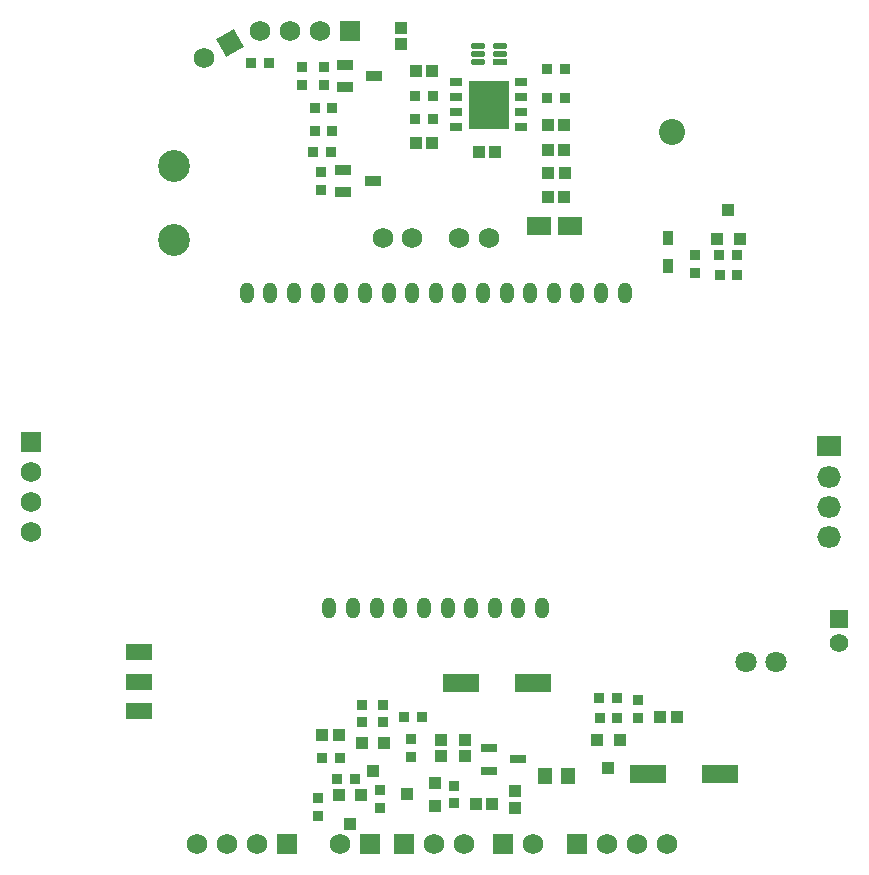
<source format=gts>
G04*
G04 #@! TF.GenerationSoftware,Altium Limited,Altium Designer,22.0.2 (36)*
G04*
G04 Layer_Color=8388736*
%FSTAX25Y25*%
%MOIN*%
G70*
G04*
G04 #@! TF.SameCoordinates,0D831988-8BE3-4B2D-80CC-02C8544F8A67*
G04*
G04*
G04 #@! TF.FilePolarity,Negative*
G04*
G01*
G75*
%ADD32R,0.04000X0.04000*%
%ADD33R,0.03802X0.03575*%
%ADD34R,0.03575X0.03802*%
%ADD35R,0.13792X0.16154*%
%ADD36R,0.04343X0.03162*%
%ADD37R,0.05721X0.03556*%
%ADD38R,0.04343X0.03950*%
%ADD39O,0.04737X0.02178*%
%ADD40R,0.04737X0.02178*%
%ADD41R,0.03950X0.04343*%
%ADD42R,0.07887X0.06115*%
%ADD43R,0.03753X0.04737*%
%ADD44R,0.04000X0.04000*%
%ADD45R,0.05320X0.03160*%
%ADD46R,0.12211X0.06306*%
%ADD47R,0.04859X0.05821*%
%ADD48R,0.06800X0.06800*%
%ADD49C,0.06800*%
%ADD50R,0.08990X0.05170*%
%ADD51R,0.06800X0.06800*%
%ADD52R,0.07887X0.07099*%
%ADD53O,0.07887X0.07099*%
%ADD54R,0.06200X0.06200*%
%ADD55C,0.06200*%
%ADD56C,0.10642*%
%ADD57O,0.04737X0.07099*%
%ADD58C,0.08674*%
%ADD59C,0.07099*%
%ADD60P,0.09617X4X255.0*%
D32*
X01034Y-0069224D02*
D03*
X009966Y-0059776D02*
D03*
X010714D02*
D03*
X022576Y0125776D02*
D03*
X023324D02*
D03*
X02295Y0135224D02*
D03*
X011474Y-0042276D02*
D03*
X010726D02*
D03*
X0111Y-0051724D02*
D03*
X019324Y-0041276D02*
D03*
X018576D02*
D03*
X01895Y-0050724D02*
D03*
D33*
X01134Y-0064D02*
D03*
Y-0058068D02*
D03*
X0094801Y0182913D02*
D03*
Y0176981D02*
D03*
X00875Y0177D02*
D03*
Y0182932D02*
D03*
X0093801Y0147913D02*
D03*
Y0141981D02*
D03*
X0218301Y0114481D02*
D03*
Y0120413D02*
D03*
X0138Y-00625D02*
D03*
Y-0056568D02*
D03*
X0092599Y-0066613D02*
D03*
Y-0060681D02*
D03*
X0123599Y-0046913D02*
D03*
Y-0040981D02*
D03*
X01145Y-00355D02*
D03*
Y-0029568D02*
D03*
X01075Y-00355D02*
D03*
Y-0029568D02*
D03*
X0199199Y-0027981D02*
D03*
Y-0033913D02*
D03*
D34*
X0100019Y-0047199D02*
D03*
X0094087D02*
D03*
X0097519Y0169301D02*
D03*
X0091587D02*
D03*
X0091087Y0154801D02*
D03*
X0097019D02*
D03*
X0097519Y0161801D02*
D03*
X0091587D02*
D03*
X0124981Y0173199D02*
D03*
X0130913D02*
D03*
X0124981Y0165699D02*
D03*
X0130913D02*
D03*
X0175019Y0172801D02*
D03*
X0169087D02*
D03*
X0175019Y0182301D02*
D03*
X0169087D02*
D03*
X02325Y01135D02*
D03*
X0226568D02*
D03*
X0226481Y0120199D02*
D03*
X0232413D02*
D03*
X0070481Y0184199D02*
D03*
X0076413D02*
D03*
X0127413Y-0033801D02*
D03*
X0121481D02*
D03*
X0105113Y-0054201D02*
D03*
X0099181D02*
D03*
X0186568Y-0034D02*
D03*
X01925D02*
D03*
X0186481Y-0027301D02*
D03*
X0192413D02*
D03*
D35*
X0149553Y0170364D02*
D03*
D36*
X0160369Y0162864D02*
D03*
Y0167865D02*
D03*
Y0172864D02*
D03*
Y0177865D02*
D03*
X0138737D02*
D03*
Y0172864D02*
D03*
Y0167865D02*
D03*
Y0162864D02*
D03*
D37*
X0101579Y018374D02*
D03*
Y017626D02*
D03*
X0111421Y018D02*
D03*
X0101079Y014874D02*
D03*
Y014126D02*
D03*
X0110921Y0145D02*
D03*
D38*
X01205Y0196012D02*
D03*
Y01905D02*
D03*
X0141719Y-0041277D02*
D03*
Y-0046789D02*
D03*
X0133719Y-0041277D02*
D03*
Y-0046789D02*
D03*
X01585Y-00585D02*
D03*
Y-0064012D02*
D03*
D39*
X0145924Y0189914D02*
D03*
Y0187355D02*
D03*
Y0184796D02*
D03*
X0153404Y0189914D02*
D03*
Y0187355D02*
D03*
D40*
Y0184796D02*
D03*
D41*
X0125211Y0181781D02*
D03*
X0130723D02*
D03*
X0130789Y0157719D02*
D03*
X0125277D02*
D03*
X0151789Y0154719D02*
D03*
X0146277D02*
D03*
X0174789Y0163719D02*
D03*
X0169277D02*
D03*
X0169338Y0155281D02*
D03*
X017485D02*
D03*
X0169488Y01475D02*
D03*
X0175D02*
D03*
X0169211Y0139781D02*
D03*
X0174723D02*
D03*
X0094188Y-00396D02*
D03*
X00997D02*
D03*
X0150723Y-0062719D02*
D03*
X0145211D02*
D03*
X0206789Y-0033797D02*
D03*
X0212301D02*
D03*
D42*
X0166342Y013D02*
D03*
X0176657D02*
D03*
D43*
X0209259Y0125831D02*
D03*
Y0116599D02*
D03*
D44*
X0131724Y-006324D02*
D03*
Y-005576D02*
D03*
X0122276Y-00595D02*
D03*
D45*
X0159497Y-0047825D02*
D03*
X0149657Y-0051565D02*
D03*
Y-0044085D02*
D03*
D46*
X02267Y-00527D02*
D03*
X02026D02*
D03*
X01644Y-00223D02*
D03*
X01403D02*
D03*
D47*
X0176103Y-0053411D02*
D03*
X0168229D02*
D03*
D48*
X00822Y-0076D02*
D03*
X01035Y0195D02*
D03*
X01215Y-0076D02*
D03*
X01545D02*
D03*
X011D02*
D03*
X0179D02*
D03*
D49*
X00722D02*
D03*
X00622D02*
D03*
X00522D02*
D03*
X-0003Y0028D02*
D03*
Y0038D02*
D03*
Y0048D02*
D03*
X0139795Y0126075D02*
D03*
X0149637D02*
D03*
X0124047D02*
D03*
X0114204D02*
D03*
X005484Y0186D02*
D03*
X00935Y0195D02*
D03*
X00835D02*
D03*
X00735D02*
D03*
X01315Y-0076D02*
D03*
X01415D02*
D03*
X01645D02*
D03*
X01D02*
D03*
X0209D02*
D03*
X0199D02*
D03*
X0189D02*
D03*
D50*
X0033Y-003184D02*
D03*
Y-001216D02*
D03*
Y-0022D02*
D03*
D51*
X-0003Y0058D02*
D03*
D52*
X0263Y00565D02*
D03*
D53*
X0262975Y0046476D02*
D03*
X026295Y0036451D02*
D03*
X0262924Y0026427D02*
D03*
D54*
X02665Y-0001126D02*
D03*
D55*
Y-0009D02*
D03*
D56*
X0044719Y014985D02*
D03*
Y012544D02*
D03*
D57*
X0151637Y0002582D02*
D03*
X0143763D02*
D03*
X0135889D02*
D03*
X0128015D02*
D03*
X0120141D02*
D03*
X0112267D02*
D03*
X0096519D02*
D03*
X0076834Y01077D02*
D03*
X0084708D02*
D03*
X0092582D02*
D03*
X0100456D02*
D03*
X010833D02*
D03*
X0116204D02*
D03*
X0124078D02*
D03*
X0131952D02*
D03*
X0139826D02*
D03*
X01477D02*
D03*
X0155574D02*
D03*
X0163448D02*
D03*
X0171322D02*
D03*
X0179196D02*
D03*
X018707D02*
D03*
X0194944D02*
D03*
X006896D02*
D03*
X0104393Y0002582D02*
D03*
X0159511D02*
D03*
X0167385D02*
D03*
D58*
X0210665Y016144D02*
D03*
D59*
X02455Y-00153D02*
D03*
X02355D02*
D03*
D60*
X00635Y0191D02*
D03*
M02*

</source>
